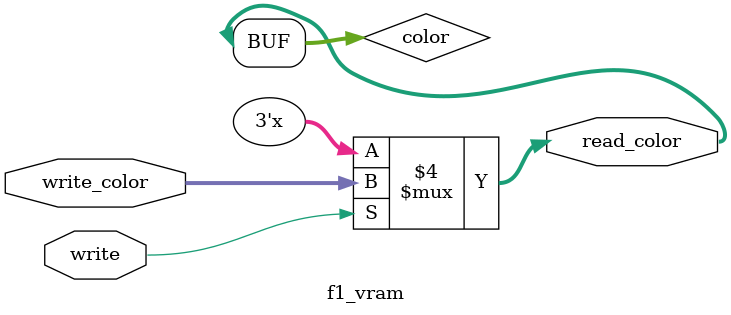
<source format=v>
module f1_vram(
input wire [2:0] write_color,
input wire write,
output reg [2:0] read_color
);

reg [2:0] color;

initial begin
	color = 3'b0;
end

always @(*) begin
	if(write) begin
		color = write_color;
	end
	read_color = color;
end

endmodule
</source>
